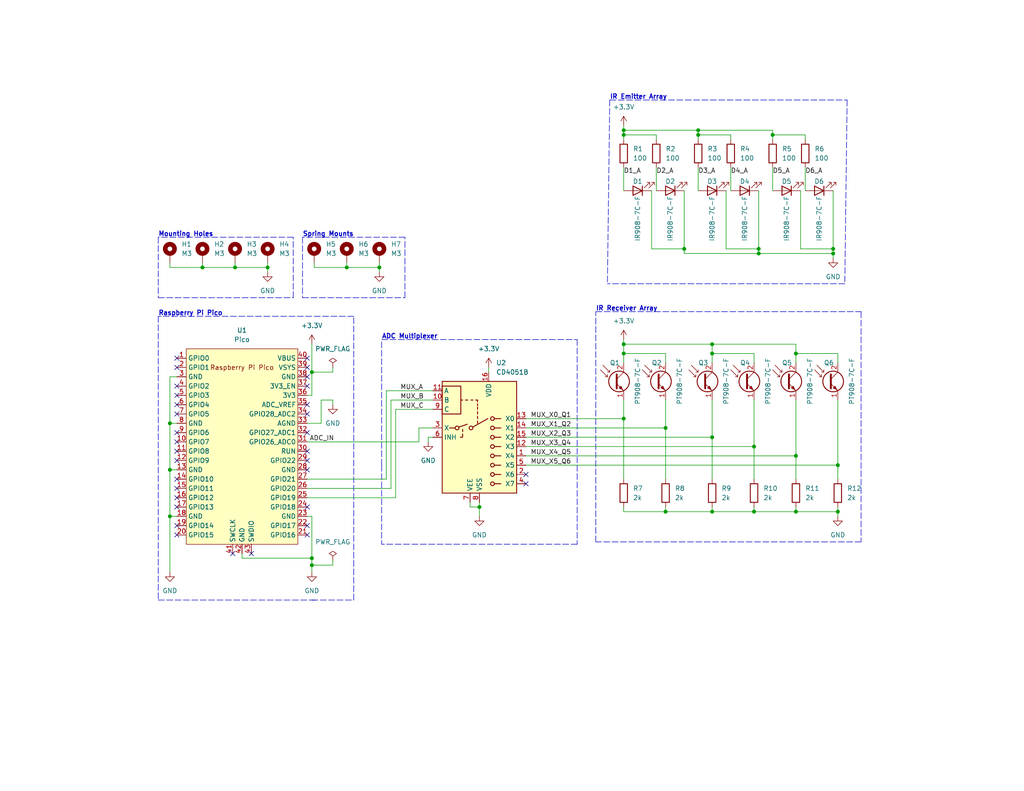
<source format=kicad_sch>
(kicad_sch (version 20211123) (generator eeschema)
  (paper "USLetter")
  (title_block (title "Sixnav Prototype Board") (date "2022-07-13") (rev "${REVISION}") (company "Brian Lu"))
  (lib_symbols
    (symbol "Analog_Switch:CD4051B"
      (property "Reference" "U" (at -10.16 16.51 0))
      (property "Value" "CD4051B" (at 3.81 16.51 0))
      (symbol "CD4051B_0_1"
        (rectangle (start -10.16 6.35) (end -5.08 13.97) (stroke (width 0.254)))
        (rectangle (start -10.16 15.24) (end 10.16 -15.24) (stroke (width 0.254)) (fill (type background)))
        (circle (center -6.096 2.54) (radius 0.508) (stroke (width 0.254)))
        (circle (center -2.286 2.54) (radius 0.508) (stroke (width 0.254)))
        (polyline (pts (xy -8.128 2.54) (xy -6.604 2.54)) (stroke (width 0.254)))
        (polyline (pts (xy -5.588 2.794) (xy -3.302 3.556)) (stroke (width 0.254)))
        (polyline (pts (xy -4.572 0) (xy -5.207 0)) (stroke (width 0.254)))
        (polyline (pts (xy -4.572 0.254) (xy -4.572 0.889)) (stroke (width 0.254)))
        (polyline (pts (xy -4.572 1.524) (xy -4.572 2.159)) (stroke (width 0.254)))
        (polyline (pts (xy -4.572 10.16) (xy -5.08 10.16)) (stroke (width 0.254)))
        (polyline (pts (xy -3.81 10.16) (xy -3.175 10.16)) (stroke (width 0.254)))
        (polyline (pts (xy -1.778 2.794) (xy 2.286 5.08)) (stroke (width 0.254)))
        (polyline (pts (xy -1.778 10.16) (xy -2.286 10.16)) (stroke (width 0.254)))
        (polyline (pts (xy -0.508 3.81) (xy -0.508 4.445)) (stroke (width 0.254)))
        (polyline (pts (xy -0.508 5.08) (xy -0.508 5.715)) (stroke (width 0.254)))
        (polyline (pts (xy -0.508 6.35) (xy -0.508 6.985)) (stroke (width 0.254)))
        (polyline (pts (xy -0.508 7.62) (xy -0.508 8.255)) (stroke (width 0.254)))
        (polyline (pts (xy -0.508 8.636) (xy -0.508 9.144)) (stroke (width 0.254)))
        (polyline (pts (xy -0.508 9.652) (xy -0.508 10.16)) (stroke (width 0.254)))
        (polyline (pts (xy -0.508 10.16) (xy -1.016 10.16)) (stroke (width 0.254)))
        (polyline (pts (xy 4.064 -12.7) (xy 5.842 -12.7)) (stroke (width 0.254)))
        (polyline (pts (xy 4.064 -10.16) (xy 5.842 -10.16)) (stroke (width 0.254)))
        (polyline (pts (xy 4.064 -7.62) (xy 5.842 -7.62)) (stroke (width 0.254)))
        (polyline (pts (xy 4.064 -5.08) (xy 5.842 -5.08)) (stroke (width 0.254)))
        (polyline (pts (xy 4.064 -2.54) (xy 5.842 -2.54)) (stroke (width 0.254)))
        (polyline (pts (xy 4.064 0) (xy 5.842 0)) (stroke (width 0.254)))
        (polyline (pts (xy 4.064 2.54) (xy 5.842 2.54)) (stroke (width 0.254)))
        (polyline (pts (xy 4.064 5.08) (xy 5.842 5.08)) (stroke (width 0.254)))
        (circle (center 3.556 -12.7) (radius 0.508) (stroke (width 0.254)))
        (circle (center 3.556 -10.16) (radius 0.508) (stroke (width 0.254)))
        (circle (center 3.556 -7.62) (radius 0.508) (stroke (width 0.254)))
        (circle (center 3.556 -5.08) (radius 0.508) (stroke (width 0.254)))
        (circle (center 3.556 -2.54) (radius 0.508) (stroke (width 0.254)))
        (circle (center 3.556 0) (radius 0.508) (stroke (width 0.254)))
        (circle (center 3.556 2.54) (radius 0.508) (stroke (width 0.254)))
        (circle (center 3.556 5.08) (radius 0.508) (stroke (width 0.254)))
      )
      (symbol "CD4051B_1_1"
        (pin bidirectional line (at 12.7 -5.08 180) (length 2.54) (name "X4") (number "1"))
        (pin input line (at -12.7 10.16 0) (length 2.54) (name "B") (number "10"))
        (pin input line (at -12.7 12.7 0) (length 2.54) (name "A") (number "11"))
        (pin bidirectional line (at 12.7 -2.54 180) (length 2.54) (name "X3") (number "12"))
        (pin bidirectional line (at 12.7 5.08 180) (length 2.54) (name "X0") (number "13"))
        (pin bidirectional line (at 12.7 2.54 180) (length 2.54) (name "X1") (number "14"))
        (pin bidirectional line (at 12.7 0 180) (length 2.54) (name "X2") (number "15"))
        (pin power_in line (at 2.54 17.78 270) (length 2.54) (name "VDD") (number "16"))
        (pin bidirectional line (at 12.7 -10.16 180) (length 2.54) (name "X6") (number "2"))
        (pin bidirectional line (at -12.7 2.54 0) (length 2.54) (name "X") (number "3"))
        (pin bidirectional line (at 12.7 -12.7 180) (length 2.54) (name "X7") (number "4"))
        (pin bidirectional line (at 12.7 -7.62 180) (length 2.54) (name "X5") (number "5"))
        (pin input line (at -12.7 0 0) (length 2.54) (name "INH") (number "6"))
        (pin power_in line (at -2.54 -17.78 90) (length 2.54) (name "VEE") (number "7"))
        (pin power_in line (at 0 -17.78 90) (length 2.54) (name "VSS") (number "8"))
        (pin input line (at -12.7 7.62 0) (length 2.54) (name "C") (number "9"))
      )
    )
    (symbol "Device:LED" (pin_numbers hide) (pin_names (offset 1.016) hide)
      (property "Reference" "D" (at 0 2.54 0))
      (property "Value" "LED" (at 0 -2.54 0))
      (symbol "LED_0_1"
        (polyline (pts (xy -1.27 -1.27) (xy -1.27 1.27)) (stroke (width 0.254)))
        (polyline (pts (xy -1.27 0) (xy 1.27 0)))
        (polyline (pts (xy 1.27 -1.27) (xy 1.27 1.27) (xy -1.27 0) (xy 1.27 -1.27)) (stroke (width 0.254)))
        (polyline (pts (xy -3.048 -0.762) (xy -4.572 -2.286) (xy -3.81 -2.286) (xy -4.572 -2.286) (xy -4.572 -1.524)))
        (polyline (pts (xy -1.778 -0.762) (xy -3.302 -2.286) (xy -2.54 -2.286) (xy -3.302 -2.286) (xy -3.302 -1.524)))
      )
      (symbol "LED_1_1"
        (pin passive line (at -3.81 0 0) (length 2.54) (name "K") (number "1"))
        (pin passive line (at 3.81 0 180) (length 2.54) (name "A") (number "2"))
      )
    )
    (symbol "Device:Q_Photo_NPN_EC" (pin_names (offset 0) hide)
      (property "Reference" "Q" (at 5.08 1.27 0))
      (property "Value" "Q_Photo_NPN_EC" (at 5.08 -1.27 0))
      (symbol "Q_Photo_NPN_EC_0_1"
        (polyline (pts (xy -1.905 1.27) (xy -2.54 1.27)))
        (polyline (pts (xy -1.27 2.54) (xy -1.905 2.54)))
        (polyline (pts (xy 0.635 0.635) (xy 2.54 2.54)))
        (polyline (pts (xy -3.81 3.175) (xy -1.905 1.27) (xy -1.905 1.905)))
        (polyline (pts (xy -3.175 4.445) (xy -1.27 2.54) (xy -1.27 3.175)))
        (polyline (pts (xy 0.635 -0.635) (xy 2.54 -2.54) (xy 2.54 -2.54)))
        (polyline (pts (xy 0.635 1.905) (xy 0.635 -1.905) (xy 0.635 -1.905)) (stroke (width 0.508)))
        (polyline (pts (xy 1.27 -1.778) (xy 1.778 -1.27) (xy 2.286 -2.286) (xy 1.27 -1.778) (xy 1.27 -1.778)) (fill (type outline)))
        (circle (center 1.27 0) (radius 2.8194) (stroke (width 0.254)))
      )
      (symbol "Q_Photo_NPN_EC_1_1"
        (pin passive line (at 2.54 -5.08 90) (length 2.54) (name "E") (number "1"))
        (pin passive line (at 2.54 5.08 270) (length 2.54) (name "C") (number "2"))
      )
    )
    (symbol "Device:R" (pin_numbers hide) (pin_names (offset 0))
      (property "Reference" "R" (at 2.032 0 90))
      (property "Value" "R" (at 0 0 90))
      (symbol "R_0_1"
        (rectangle (start -1.016 -2.54) (end 1.016 2.54) (stroke (width 0.254)))
      )
      (symbol "R_1_1"
        (pin passive line (at 0 3.81 270) (length 1.27) (name "~") (number "1"))
        (pin passive line (at 0 -3.81 90) (length 1.27) (name "~") (number "2"))
      )
    )
    (symbol "MCU_RaspberryPi_and_Boards:Pico"
      (property "Reference" "U" (at -13.97 27.94 0))
      (property "Value" "Pico" (at 0 19.05 0))
      (symbol "Pico_0_0"
        (text "Raspberry Pi Pico" (at 0 21.59 0) (effects (font (size 1.27 1.27))))
      )
      (symbol "Pico_0_1"
        (rectangle (start -15.24 26.67) (end 15.24 -26.67) (fill (type background)))
      )
      (symbol "Pico_1_1"
        (pin bidirectional line (at -17.78 24.13 0) (length 2.54) (name "GPIO0") (number "1"))
        (pin bidirectional line (at -17.78 1.27 0) (length 2.54) (name "GPIO7") (number "10"))
        (pin bidirectional line (at -17.78 -1.27 0) (length 2.54) (name "GPIO8") (number "11"))
        (pin bidirectional line (at -17.78 -3.81 0) (length 2.54) (name "GPIO9") (number "12"))
        (pin power_in line (at -17.78 -6.35 0) (length 2.54) (name "GND") (number "13"))
        (pin bidirectional line (at -17.78 -8.89 0) (length 2.54) (name "GPIO10") (number "14"))
        (pin bidirectional line (at -17.78 -11.43 0) (length 2.54) (name "GPIO11") (number "15"))
        (pin bidirectional line (at -17.78 -13.97 0) (length 2.54) (name "GPIO12") (number "16"))
        (pin bidirectional line (at -17.78 -16.51 0) (length 2.54) (name "GPIO13") (number "17"))
        (pin power_in line (at -17.78 -19.05 0) (length 2.54) (name "GND") (number "18"))
        (pin bidirectional line (at -17.78 -21.59 0) (length 2.54) (name "GPIO14") (number "19"))
        (pin bidirectional line (at -17.78 21.59 0) (length 2.54) (name "GPIO1") (number "2"))
        (pin bidirectional line (at -17.78 -24.13 0) (length 2.54) (name "GPIO15") (number "20"))
        (pin bidirectional line (at 17.78 -24.13 180) (length 2.54) (name "GPIO16") (number "21"))
        (pin bidirectional line (at 17.78 -21.59 180) (length 2.54) (name "GPIO17") (number "22"))
        (pin power_in line (at 17.78 -19.05 180) (length 2.54) (name "GND") (number "23"))
        (pin bidirectional line (at 17.78 -16.51 180) (length 2.54) (name "GPIO18") (number "24"))
        (pin bidirectional line (at 17.78 -13.97 180) (length 2.54) (name "GPIO19") (number "25"))
        (pin bidirectional line (at 17.78 -11.43 180) (length 2.54) (name "GPIO20") (number "26"))
        (pin bidirectional line (at 17.78 -8.89 180) (length 2.54) (name "GPIO21") (number "27"))
        (pin power_in line (at 17.78 -6.35 180) (length 2.54) (name "GND") (number "28"))
        (pin bidirectional line (at 17.78 -3.81 180) (length 2.54) (name "GPIO22") (number "29"))
        (pin power_in line (at -17.78 19.05 0) (length 2.54) (name "GND") (number "3"))
        (pin input line (at 17.78 -1.27 180) (length 2.54) (name "RUN") (number "30"))
        (pin bidirectional line (at 17.78 1.27 180) (length 2.54) (name "GPIO26_ADC0") (number "31"))
        (pin bidirectional line (at 17.78 3.81 180) (length 2.54) (name "GPIO27_ADC1") (number "32"))
        (pin power_in line (at 17.78 6.35 180) (length 2.54) (name "AGND") (number "33"))
        (pin bidirectional line (at 17.78 8.89 180) (length 2.54) (name "GPIO28_ADC2") (number "34"))
        (pin power_in line (at 17.78 11.43 180) (length 2.54) (name "ADC_VREF") (number "35"))
        (pin power_in line (at 17.78 13.97 180) (length 2.54) (name "3V3") (number "36"))
        (pin input line (at 17.78 16.51 180) (length 2.54) (name "3V3_EN") (number "37"))
        (pin bidirectional line (at 17.78 19.05 180) (length 2.54) (name "GND") (number "38"))
        (pin power_in line (at 17.78 21.59 180) (length 2.54) (name "VSYS") (number "39"))
        (pin bidirectional line (at -17.78 16.51 0) (length 2.54) (name "GPIO2") (number "4"))
        (pin power_in line (at 17.78 24.13 180) (length 2.54) (name "VBUS") (number "40"))
        (pin input line (at -2.54 -29.21 90) (length 2.54) (name "SWCLK") (number "41"))
        (pin power_in line (at 0 -29.21 90) (length 2.54) (name "GND") (number "42"))
        (pin bidirectional line (at 2.54 -29.21 90) (length 2.54) (name "SWDIO") (number "43"))
        (pin bidirectional line (at -17.78 13.97 0) (length 2.54) (name "GPIO3") (number "5"))
        (pin bidirectional line (at -17.78 11.43 0) (length 2.54) (name "GPIO4") (number "6"))
        (pin bidirectional line (at -17.78 8.89 0) (length 2.54) (name "GPIO5") (number "7"))
        (pin power_in line (at -17.78 6.35 0) (length 2.54) (name "GND") (number "8"))
        (pin bidirectional line (at -17.78 3.81 0) (length 2.54) (name "GPIO6") (number "9"))
      )
    )
    (symbol "Mechanical:MountingHole_Pad" (pin_numbers hide) (pin_names (offset 1.016) hide)
      (property "Reference" "H" (at 0 6.35 0))
      (property "Value" "MountingHole_Pad" (at 0 4.445 0))
      (symbol "MountingHole_Pad_0_1"
        (circle (center 0 1.27) (radius 1.27) (stroke (width 1.27)))
      )
      (symbol "MountingHole_Pad_1_1"
        (pin input line (at 0 -2.54 90) (length 2.54) (name "1") (number "1"))
      )
    )
    (symbol "power:+3.3V" (power) (pin_names (offset 0))
      (property "Value" "+3.3V" (at 0 3.556 0))
      (symbol "+3.3V_0_1"
        (polyline (pts (xy -0.762 1.27) (xy 0 2.54)))
        (polyline (pts (xy 0 0) (xy 0 2.54)))
        (polyline (pts (xy 0 2.54) (xy 0.762 1.27)))
      )
      (symbol "+3.3V_1_1"
        (pin power_in line (at 0 0 90) (length 0) hide (name "+3.3V") (number "1"))
      )
    )
    (symbol "power:GND" (power) (pin_names (offset 0))
      (property "Value" "GND" (at 0 -3.81 0))
      (symbol "GND_0_1"
        (polyline (pts (xy 0 0) (xy 0 -1.27) (xy 1.27 -1.27) (xy 0 -2.54) (xy -1.27 -1.27) (xy 0 -1.27)))
      )
      (symbol "GND_1_1"
        (pin power_in line (at 0 0 270) (length 0) hide (name "GND") (number "1"))
      )
    )
    (symbol "power:PWR_FLAG" (power) (pin_numbers hide) (pin_names (offset 0) hide)
      (property "Value" "PWR_FLAG" (at 0 3.81 0))
      (symbol "PWR_FLAG_0_0"
        (pin power_out line (at 0 0 90) (length 0) (name "pwr") (number "1"))
      )
      (symbol "PWR_FLAG_0_1"
        (polyline (pts (xy 0 0) (xy 0 1.27) (xy -1.016 1.905) (xy 0 2.54) (xy 1.016 1.905) (xy 0 1.27)))
      )
    )
  )
  (junction (at 227.33 67.945))
  (junction (at 207.01 69.215))
  (junction (at 194.31 139.7))
  (junction (at 186.69 67.945))
  (junction (at 130.81 138.43))
  (junction (at 170.18 36.83))
  (junction (at 64.135 73.025))
  (junction (at 55.245 73.025))
  (junction (at 194.31 119.38))
  (junction (at 181.61 116.84))
  (junction (at 194.31 96.52))
  (junction (at 170.18 96.52))
  (junction (at 170.18 35.56))
  (junction (at 85.09 154.305))
  (junction (at 190.5 35.56))
  (junction (at 205.74 121.92))
  (junction (at 210.82 36.83))
  (junction (at 217.17 139.7))
  (junction (at 46.355 115.57))
  (junction (at 46.355 140.97))
  (junction (at 181.61 139.7))
  (junction (at 46.355 128.27))
  (junction (at 205.74 139.7))
  (junction (at 228.6 127))
  (junction (at 217.17 124.46))
  (junction (at 85.09 152.4))
  (junction (at 85.09 101.6))
  (junction (at 170.18 93.98))
  (junction (at 194.31 93.98))
  (junction (at 207.01 67.945))
  (junction (at 103.505 73.025))
  (junction (at 170.18 114.3))
  (junction (at 227.33 69.215))
  (junction (at 190.5 36.83))
  (junction (at 73.025 73.025))
  (junction (at 94.615 73.025))
  (junction (at 228.6 139.7))
  (junction (at 217.17 96.52))
  (no_connect (at 83.82 100.33))
  (no_connect (at 48.26 97.79))
  (no_connect (at 83.82 128.27))
  (no_connect (at 48.26 105.41))
  (no_connect (at 83.82 146.05))
  (no_connect (at 83.82 123.19))
  (no_connect (at 83.82 143.51))
  (no_connect (at 48.26 138.43))
  (no_connect (at 83.82 97.79))
  (no_connect (at 68.58 151.13))
  (no_connect (at 83.82 138.43))
  (no_connect (at 48.26 143.51))
  (no_connect (at 83.82 105.41))
  (no_connect (at 48.26 130.81))
  (no_connect (at 48.26 133.35))
  (no_connect (at 143.51 129.54))
  (no_connect (at 83.82 102.87))
  (no_connect (at 48.26 110.49))
  (no_connect (at 63.5 151.13))
  (no_connect (at 48.26 123.19))
  (no_connect (at 48.26 118.11))
  (no_connect (at 143.51 132.08))
  (no_connect (at 83.82 113.03))
  (no_connect (at 48.26 135.89))
  (no_connect (at 83.82 125.73))
  (no_connect (at 48.26 113.03))
  (no_connect (at 48.26 146.05))
  (no_connect (at 48.26 120.65))
  (no_connect (at 48.26 100.33))
  (no_connect (at 83.82 118.11))
  (no_connect (at 48.26 107.95))
  (no_connect (at 48.26 125.73))
  (no_connect (at 83.82 110.49))
  (wire (pts (xy 170.18 36.83) (xy 170.18 38.1)))
  (wire (pts (xy 85.09 154.305) (xy 85.09 156.21)))
  (wire (pts (xy 90.805 109.22) (xy 90.805 110.49)))
  (wire (pts (xy 114.3 120.65) (xy 83.82 120.65)))
  (wire (pts (xy 90.805 153.035) (xy 90.805 154.305)))
  (wire (pts (xy 85.09 152.4) (xy 85.09 154.305)))
  (wire (pts (xy 130.81 138.43) (xy 130.81 140.97)))
  (polyline (pts (xy 43.18 81.28) (xy 80.01 81.28)))
  (wire (pts (xy 228.6 96.52) (xy 228.6 99.06)))
  (wire (pts (xy 199.39 36.83) (xy 199.39 38.1)))
  (wire (pts (xy 130.81 137.16) (xy 130.81 138.43)))
  (wire (pts (xy 210.82 36.83) (xy 219.71 36.83)))
  (wire (pts (xy 219.71 36.83) (xy 219.71 38.1)))
  (wire (pts (xy 227.33 52.07) (xy 227.33 67.945)))
  (wire (pts (xy 205.74 109.22) (xy 205.74 121.92)))
  (polyline (pts (xy 231.14 27.305) (xy 230.505 77.47)))
  (wire (pts (xy 198.12 52.07) (xy 198.12 67.945)))
  (wire (pts (xy 210.82 35.56) (xy 210.82 36.83)))
  (wire (pts (xy 217.17 96.52) (xy 217.17 93.98)))
  (wire (pts (xy 107.95 135.89) (xy 107.95 111.76)))
  (wire (pts (xy 207.01 69.215) (xy 227.33 69.215)))
  (wire (pts (xy 217.17 109.22) (xy 217.17 124.46)))
  (wire (pts (xy 179.07 36.83) (xy 179.07 38.1)))
  (wire (pts (xy 186.69 52.07) (xy 186.69 67.945)))
  (wire (pts (xy 85.725 71.755) (xy 85.725 73.025)))
  (wire (pts (xy 46.355 115.57) (xy 46.355 128.27)))
  (polyline (pts (xy 234.95 85.09) (xy 234.95 147.955)))
  (wire (pts (xy 205.74 121.92) (xy 205.74 130.81)))
  (wire (pts (xy 170.18 96.52) (xy 170.18 99.06)))
  (wire (pts (xy 217.17 138.43) (xy 217.17 139.7)))
  (wire (pts (xy 106.68 109.22) (xy 118.11 109.22)))
  (wire (pts (xy 186.69 69.215) (xy 207.01 69.215)))
  (wire (pts (xy 205.74 96.52) (xy 205.74 99.06)))
  (wire (pts (xy 217.17 139.7) (xy 228.6 139.7)))
  (wire (pts (xy 194.31 96.52) (xy 194.31 99.06)))
  (polyline (pts (xy 43.18 64.77) (xy 43.18 81.28)))
  (wire (pts (xy 227.33 69.215) (xy 227.33 70.485)))
  (wire (pts (xy 199.39 45.72) (xy 199.39 52.07)))
  (wire (pts (xy 73.025 73.025) (xy 73.025 74.295)))
  (wire (pts (xy 194.31 93.98) (xy 170.18 93.98)))
  (wire (pts (xy 128.27 137.16) (xy 128.27 138.43)))
  (wire (pts (xy 85.09 101.6) (xy 85.09 107.95)))
  (wire (pts (xy 181.61 109.22) (xy 181.61 116.84)))
  (wire (pts (xy 85.09 140.97) (xy 85.09 152.4)))
  (wire (pts (xy 143.51 127) (xy 228.6 127)))
  (polyline (pts (xy 96.52 86.36) (xy 43.18 86.36)))
  (wire (pts (xy 143.51 121.92) (xy 205.74 121.92)))
  (wire (pts (xy 85.09 93.98) (xy 85.09 101.6)))
  (wire (pts (xy 207.01 52.07) (xy 207.01 67.945)))
  (wire (pts (xy 66.04 152.4) (xy 85.09 152.4)))
  (wire (pts (xy 181.61 139.7) (xy 194.31 139.7)))
  (wire (pts (xy 143.51 116.84) (xy 181.61 116.84)))
  (wire (pts (xy 143.51 114.3) (xy 170.18 114.3)))
  (wire (pts (xy 217.17 93.98) (xy 194.31 93.98)))
  (wire (pts (xy 170.18 35.56) (xy 170.18 36.83)))
  (wire (pts (xy 118.11 116.84) (xy 114.3 116.84)))
  (wire (pts (xy 83.82 133.35) (xy 106.68 133.35)))
  (wire (pts (xy 181.61 96.52) (xy 181.61 99.06)))
  (wire (pts (xy 170.18 36.83) (xy 179.07 36.83)))
  (wire (pts (xy 186.69 67.945) (xy 186.69 69.215)))
  (wire (pts (xy 143.51 119.38) (xy 194.31 119.38)))
  (wire (pts (xy 181.61 116.84) (xy 181.61 130.81)))
  (polyline (pts (xy 80.01 64.77) (xy 43.18 64.77)))
  (wire (pts (xy 83.82 130.81) (xy 105.41 130.81)))
  (polyline (pts (xy 104.14 127) (xy 104.14 92.71)))
  (wire (pts (xy 114.3 116.84) (xy 114.3 120.65)))
  (wire (pts (xy 64.135 73.025) (xy 73.025 73.025)))
  (wire (pts (xy 194.31 138.43) (xy 194.31 139.7)))
  (polyline (pts (xy 166.37 27.305) (xy 165.735 77.47)))
  (polyline (pts (xy 82.55 81.28) (xy 110.49 81.28)))
  (wire (pts (xy 194.31 93.98) (xy 194.31 96.52)))
  (wire (pts (xy 90.805 101.6) (xy 85.09 101.6)))
  (wire (pts (xy 194.31 119.38) (xy 194.31 130.81)))
  (wire (pts (xy 73.025 71.755) (xy 73.025 73.025)))
  (wire (pts (xy 228.6 139.7) (xy 228.6 140.97)))
  (wire (pts (xy 103.505 71.755) (xy 103.505 73.025)))
  (wire (pts (xy 46.355 73.025) (xy 55.245 73.025)))
  (wire (pts (xy 181.61 138.43) (xy 181.61 139.7)))
  (wire (pts (xy 143.51 124.46) (xy 217.17 124.46)))
  (wire (pts (xy 170.18 34.29) (xy 170.18 35.56)))
  (wire (pts (xy 190.5 35.56) (xy 210.82 35.56)))
  (wire (pts (xy 190.5 36.83) (xy 190.5 38.1)))
  (polyline (pts (xy 230.505 77.47) (xy 165.735 77.47)))
  (wire (pts (xy 228.6 109.22) (xy 228.6 127)))
  (wire (pts (xy 87.63 109.22) (xy 90.805 109.22)))
  (wire (pts (xy 64.135 71.755) (xy 64.135 73.025)))
  (wire (pts (xy 170.18 93.98) (xy 170.18 96.52)))
  (wire (pts (xy 46.355 140.97) (xy 48.26 140.97)))
  (wire (pts (xy 170.18 35.56) (xy 190.5 35.56)))
  (wire (pts (xy 46.355 71.755) (xy 46.355 73.025)))
  (polyline (pts (xy 234.95 147.955) (xy 162.56 147.955)))
  (polyline (pts (xy 162.56 147.955) (xy 162.56 85.09)))
  (wire (pts (xy 218.44 52.07) (xy 218.44 67.945)))
  (wire (pts (xy 217.17 99.06) (xy 217.17 96.52)))
  (wire (pts (xy 219.71 45.72) (xy 219.71 52.07)))
  (polyline (pts (xy 110.49 81.28) (xy 110.49 64.77)))
  (wire (pts (xy 83.82 140.97) (xy 85.09 140.97)))
  (polyline (pts (xy 96.52 163.83) (xy 96.52 86.36)))
  (polyline (pts (xy 85.09 163.83) (xy 96.52 163.83)))
  (wire (pts (xy 190.5 45.72) (xy 190.5 52.07)))
  (wire (pts (xy 94.615 71.755) (xy 94.615 73.025)))
  (wire (pts (xy 170.18 45.72) (xy 170.18 52.07)))
  (wire (pts (xy 170.18 114.3) (xy 170.18 130.81)))
  (polyline (pts (xy 157.48 148.59) (xy 104.14 148.59)))
  (wire (pts (xy 227.33 67.945) (xy 227.33 69.215)))
  (polyline (pts (xy 162.56 85.09) (xy 234.95 85.09)))
  (wire (pts (xy 105.41 130.81) (xy 105.41 106.68)))
  (wire (pts (xy 105.41 106.68) (xy 118.11 106.68)))
  (wire (pts (xy 107.95 111.76) (xy 118.11 111.76)))
  (wire (pts (xy 46.355 140.97) (xy 46.355 156.21)))
  (wire (pts (xy 170.18 138.43) (xy 170.18 139.7)))
  (wire (pts (xy 133.35 100.33) (xy 133.35 101.6)))
  (polyline (pts (xy 157.48 92.71) (xy 157.48 148.59)))
  (wire (pts (xy 207.01 67.945) (xy 207.01 69.215)))
  (wire (pts (xy 177.8 67.945) (xy 186.69 67.945)))
  (wire (pts (xy 90.805 154.305) (xy 85.09 154.305)))
  (wire (pts (xy 228.6 127) (xy 228.6 130.81)))
  (wire (pts (xy 210.82 36.83) (xy 210.82 38.1)))
  (wire (pts (xy 205.74 138.43) (xy 205.74 139.7)))
  (wire (pts (xy 128.27 138.43) (xy 130.81 138.43)))
  (wire (pts (xy 177.8 52.07) (xy 177.8 67.945)))
  (wire (pts (xy 83.82 115.57) (xy 87.63 115.57)))
  (wire (pts (xy 48.26 115.57) (xy 46.355 115.57)))
  (wire (pts (xy 170.18 109.22) (xy 170.18 114.3)))
  (polyline (pts (xy 104.14 127) (xy 104.14 148.59)))
  (wire (pts (xy 198.12 67.945) (xy 207.01 67.945)))
  (wire (pts (xy 55.245 71.755) (xy 55.245 73.025)))
  (wire (pts (xy 170.18 139.7) (xy 181.61 139.7)))
  (wire (pts (xy 83.82 135.89) (xy 107.95 135.89)))
  (wire (pts (xy 194.31 139.7) (xy 205.74 139.7)))
  (wire (pts (xy 190.5 36.83) (xy 199.39 36.83)))
  (wire (pts (xy 190.5 35.56) (xy 190.5 36.83)))
  (wire (pts (xy 103.505 73.025) (xy 103.505 74.295)))
  (wire (pts (xy 55.245 73.025) (xy 64.135 73.025)))
  (wire (pts (xy 94.615 73.025) (xy 103.505 73.025)))
  (wire (pts (xy 66.04 151.13) (xy 66.04 152.4)))
  (polyline (pts (xy 43.18 163.83) (xy 86.36 163.83)))
  (wire (pts (xy 170.18 93.98) (xy 170.18 92.71)))
  (wire (pts (xy 217.17 124.46) (xy 217.17 130.81)))
  (wire (pts (xy 106.68 133.35) (xy 106.68 109.22)))
  (wire (pts (xy 87.63 115.57) (xy 87.63 109.22)))
  (polyline (pts (xy 43.18 86.36) (xy 43.18 163.83)))
  (wire (pts (xy 218.44 67.945) (xy 227.33 67.945)))
  (polyline (pts (xy 104.14 92.71) (xy 157.48 92.71)))
  (polyline (pts (xy 110.49 64.77) (xy 82.55 64.77)))
  (wire (pts (xy 217.17 96.52) (xy 228.6 96.52)))
  (wire (pts (xy 228.6 138.43) (xy 228.6 139.7)))
  (wire (pts (xy 210.82 45.72) (xy 210.82 52.07)))
  (wire (pts (xy 90.805 100.33) (xy 90.805 101.6)))
  (wire (pts (xy 46.355 128.27) (xy 46.355 140.97)))
  (wire (pts (xy 179.07 45.72) (xy 179.07 52.07)))
  (wire (pts (xy 194.31 96.52) (xy 205.74 96.52)))
  (polyline (pts (xy 82.55 64.77) (xy 82.55 81.28)))
  (wire (pts (xy 118.11 119.38) (xy 116.84 119.38)))
  (wire (pts (xy 194.31 109.22) (xy 194.31 119.38)))
  (wire (pts (xy 85.725 73.025) (xy 94.615 73.025)))
  (wire (pts (xy 116.84 119.38) (xy 116.84 120.65)))
  (wire (pts (xy 46.355 102.87) (xy 46.355 115.57)))
  (polyline (pts (xy 80.01 81.28) (xy 80.01 64.77)))
  (polyline (pts (xy 166.37 27.305) (xy 231.14 27.305)))
  (wire (pts (xy 46.355 128.27) (xy 48.26 128.27)))
  (wire (pts (xy 170.18 96.52) (xy 181.61 96.52)))
  (wire (pts (xy 48.26 102.87) (xy 46.355 102.87)))
  (wire (pts (xy 83.82 107.95) (xy 85.09 107.95)))
  (wire (pts (xy 205.74 139.7) (xy 217.17 139.7)))
  (text "Mounting Holes" (at 43.18 64.77 0) (effects (font (size 1.27 1.27) (thickness 0.254) bold) (justify left bottom)))
  (text "ADC Multiplexer" (at 104.14 92.71 0) (effects (font (size 1.27 1.27) (thickness 0.254) bold) (justify left bottom)))
  (text "IR Emitter Array" (at 166.37 27.305 0) (effects (font (size 1.27 1.27) (thickness 0.254) bold) (justify left bottom)))
  (text "Raspberry Pi Pico" (at 43.18 86.36 0) (effects (font (size 1.27 1.27) (thickness 0.254) bold) (justify left bottom)))
  (text "Spring Mounts" (at 82.55 64.77 0) (effects (font (size 1.27 1.27) (thickness 0.254) bold) (justify left bottom)))
  (text "IR Receiver Array" (at 162.56 85.09 0) (effects (font (size 1.27 1.27) (thickness 0.254) bold) (justify left bottom)))
  (label "D3_A" (at 190.5 47.625 0))
  (label "MUX_A" (at 109.22 106.68 0))
  (label "D2_A" (at 179.07 47.625 0))
  (label "D5_A" (at 210.82 47.625 0))
  (label "ADC_IN" (at 84.455 120.65 0))
  (label "MUX_X3_Q4" (at 144.78 121.92 0))
  (label "MUX_X0_Q1" (at 144.78 114.3 0))
  (label "MUX_X1_Q2" (at 144.78 116.84 0))
  (label "MUX_X2_Q3" (at 144.78 119.38 0))
  (label "MUX_X4_Q5" (at 144.78 124.46 0))
  (label "MUX_B" (at 109.22 109.22 0))
  (label "D6_A" (at 219.71 47.625 0))
  (label "MUX_C" (at 109.22 111.76 0))
  (label "D4_A" (at 199.39 47.625 0))
  (label "D1_A" (at 170.18 47.625 0))
  (label "MUX_X5_Q6" (at 144.78 127 0))
  (symbol (lib_id "power:GND") (at 130.81 140.97 0) (unit 1)
    (property "Reference" "#PWR04" (effects hide))
    (property "Value" "GND" (at 130.81 146.05 0))
  )
  (symbol (lib_id "Device:Q_Photo_NPN_EC") (at 203.2 104.14 0) (unit 1)
    (property "Reference" "Q4" (at 201.93 99.06 0) (effects (justify left)))
    (property "Value" "PT908-7C-F" (at 209.55 110.49 90) (effects (justify left)))
    (property "Footprint" "SamacSys_Parts:ELPT9087C" (effects hide))
  )
  (symbol (lib_id "Device:LED") (at 173.99 52.07 180) (unit 1)
    (property "Reference" "D1" (at 173.99 49.53 0))
    (property "Value" "IR908-7C-F" (at 173.99 59.69 90))
    (property "Footprint" "SamacSys_Parts:IR9087CF" (effects hide))
  )
  (symbol (lib_id "Device:R") (at 179.07 41.91 0) (unit 1)
    (property "Reference" "R2" (at 181.61 40.6399 0) (effects (justify left)))
    (property "Value" "100" (at 181.61 43.1799 0) (effects (justify left)))
    (property "Footprint" "Resistor_THT:R_Axial_DIN0204_L3.6mm_D1.6mm_P5.08mm_Horizontal" (effects hide))
  )
  (symbol (lib_id "Device:LED") (at 223.52 52.07 180) (unit 1)
    (property "Reference" "D6" (at 223.52 49.53 0))
    (property "Value" "IR908-7C-F" (at 223.52 59.69 90))
    (property "Footprint" "SamacSys_Parts:IR9087CF" (effects hide))
  )
  (symbol (lib_id "Device:R") (at 190.5 41.91 0) (unit 1)
    (property "Reference" "R3" (at 193.04 40.6399 0) (effects (justify left)))
    (property "Value" "100" (at 193.04 43.1799 0) (effects (justify left)))
    (property "Footprint" "Resistor_THT:R_Axial_DIN0204_L3.6mm_D1.6mm_P5.08mm_Horizontal" (effects hide))
  )
  (symbol (lib_id "Mechanical:MountingHole_Pad") (at 94.615 69.215 0) (unit 1)
    (property "Reference" "H6" (at 97.79 66.6749 0) (effects (justify left)))
    (property "Value" "M3" (at 97.79 69.215 0) (effects (justify left)))
    (property "Footprint" "MountingHole:MountingHole_3.2mm_M3_DIN965_Pad" (effects hide))
  )
  (symbol (lib_id "Device:LED") (at 194.31 52.07 180) (unit 1)
    (property "Reference" "D3" (at 194.31 49.53 0))
    (property "Value" "IR908-7C-F" (at 194.31 59.69 90))
    (property "Footprint" "SamacSys_Parts:IR9087CF" (effects hide))
  )
  (symbol (lib_id "Device:Q_Photo_NPN_EC") (at 226.06 104.14 0) (unit 1)
    (property "Reference" "Q6" (at 224.79 99.06 0) (effects (justify left)))
    (property "Value" "PT908-7C-F" (at 232.41 110.49 90) (effects (justify left)))
    (property "Footprint" "SamacSys_Parts:ELPT9087C" (effects hide))
  )
  (symbol (lib_id "Device:R") (at 199.39 41.91 0) (unit 1)
    (property "Reference" "R4" (at 201.93 40.6399 0) (effects (justify left)))
    (property "Value" "100" (at 201.93 43.1799 0) (effects (justify left)))
    (property "Footprint" "Resistor_THT:R_Axial_DIN0204_L3.6mm_D1.6mm_P5.08mm_Horizontal" (effects hide))
  )
  (symbol (lib_id "Mechanical:MountingHole_Pad") (at 46.355 69.215 0) (unit 1)
    (property "Reference" "H1" (at 49.53 66.6749 0) (effects (justify left)))
    (property "Value" "M3" (at 49.53 69.215 0) (effects (justify left)))
    (property "Footprint" "MountingHole:MountingHole_3.2mm_M3_DIN965_Pad" (effects hide))
  )
  (symbol (lib_id "power:GND") (at 46.355 156.21 0) (unit 1)
    (property "Reference" "#PWR0103" (effects hide))
    (property "Value" "GND" (at 46.355 161.29 0))
  )
  (symbol (lib_id "Analog_Switch:CD4051B") (at 130.81 119.38 0) (unit 1)
    (property "Reference" "U2" (at 135.3694 99.06 0) (effects (justify left)))
    (property "Value" "CD4051B" (at 135.3694 101.6 0) (effects (justify left)))
    (property "Footprint" "Package_DIP:DIP-16_W7.62mm" (effects hide))
    (property "Datasheet" "http://www.ti.com/lit/ds/symlink/cd4052b.pdf" (effects hide))
  )
  (symbol (lib_id "power:GND") (at 85.09 156.21 0) (unit 1)
    (property "Reference" "#PWR02" (effects hide))
    (property "Value" "GND" (at 85.09 161.29 0))
  )
  (symbol (lib_id "Mechanical:MountingHole_Pad") (at 64.135 69.215 0) (unit 1)
    (property "Reference" "H3" (at 67.31 66.6749 0) (effects (justify left)))
    (property "Value" "M3" (at 67.31 69.215 0) (effects (justify left)))
    (property "Footprint" "MountingHole:MountingHole_3.2mm_M3_DIN965_Pad" (effects hide))
  )
  (symbol (lib_id "power:GND") (at 90.805 110.49 0) (unit 1)
    (property "Reference" "#PWR0104" (effects hide))
    (property "Value" "GND" (at 90.805 115.57 0))
  )
  (symbol (lib_id "power:+3.3V") (at 170.18 92.71 0) (unit 1)
    (property "Reference" "#PWR07" (effects hide))
    (property "Value" "+3.3V" (at 170.18 87.63 0))
  )
  (symbol (lib_id "Device:R") (at 181.61 134.62 0) (unit 1)
    (property "Reference" "R8" (at 184.15 133.3499 0) (effects (justify left)))
    (property "Value" "2k" (at 184.15 135.8899 0) (effects (justify left)))
    (property "Footprint" "Resistor_THT:R_Axial_DIN0204_L3.6mm_D1.6mm_P5.08mm_Horizontal" (effects hide))
  )
  (symbol (lib_id "power:GND") (at 103.505 74.295 0) (unit 1)
    (property "Reference" "#PWR0102" (effects hide))
    (property "Value" "GND" (at 103.505 79.375 0))
  )
  (symbol (lib_id "Mechanical:MountingHole_Pad") (at 85.725 69.215 0) (unit 1)
    (property "Reference" "H5" (at 88.9 66.6749 0) (effects (justify left)))
    (property "Value" "M3" (at 88.9 69.215 0) (effects (justify left)))
    (property "Footprint" "MountingHole:MountingHole_3.2mm_M3_DIN965_Pad" (effects hide))
  )
  (symbol (lib_id "Device:R") (at 228.6 134.62 0) (unit 1)
    (property "Reference" "R12" (at 231.14 133.3499 0) (effects (justify left)))
    (property "Value" "2k" (at 231.14 135.8899 0) (effects (justify left)))
    (property "Footprint" "Resistor_THT:R_Axial_DIN0204_L3.6mm_D1.6mm_P5.08mm_Horizontal" (effects hide))
  )
  (symbol (lib_id "Mechanical:MountingHole_Pad") (at 73.025 69.215 0) (unit 1)
    (property "Reference" "H4" (at 76.2 66.6749 0) (effects (justify left)))
    (property "Value" "M3" (at 76.2 69.215 0) (effects (justify left)))
    (property "Footprint" "MountingHole:MountingHole_3.2mm_M3_DIN965_Pad" (effects hide))
  )
  (symbol (lib_id "Device:R") (at 170.18 134.62 0) (unit 1)
    (property "Reference" "R7" (at 172.72 133.3499 0) (effects (justify left)))
    (property "Value" "2k" (at 172.72 135.8899 0) (effects (justify left)))
    (property "Footprint" "Resistor_THT:R_Axial_DIN0204_L3.6mm_D1.6mm_P5.08mm_Horizontal" (effects hide))
  )
  (symbol (lib_id "MCU_RaspberryPi_and_Boards:Pico") (at 66.04 121.92 0) (unit 1)
    (property "Reference" "U1" (at 66.04 90.17 0))
    (property "Value" "Pico" (at 66.04 92.71 0))
    (property "Footprint" "MCU_RaspberryPi_and_Boards:RPi_Pico_SMD_TH" (effects hide))
  )
  (symbol (lib_id "Device:Q_Photo_NPN_EC") (at 214.63 104.14 0) (unit 1)
    (property "Reference" "Q5" (at 213.36 99.06 0) (effects (justify left)))
    (property "Value" "PT908-7C-F" (at 220.98 110.49 90) (effects (justify left)))
    (property "Footprint" "SamacSys_Parts:ELPT9087C" (effects hide))
  )
  (symbol (lib_id "Device:R") (at 219.71 41.91 0) (unit 1)
    (property "Reference" "R6" (at 222.25 40.6399 0) (effects (justify left)))
    (property "Value" "100" (at 222.25 43.1799 0) (effects (justify left)))
    (property "Footprint" "Resistor_THT:R_Axial_DIN0204_L3.6mm_D1.6mm_P5.08mm_Horizontal" (effects hide))
  )
  (symbol (lib_id "power:+3.3V") (at 133.35 100.33 0) (unit 1)
    (property "Reference" "#PWR05" (effects hide))
    (property "Value" "+3.3V" (at 133.35 95.25 0))
  )
  (symbol (lib_id "Device:R") (at 170.18 41.91 0) (unit 1)
    (property "Reference" "R1" (at 172.72 40.6399 0) (effects (justify left)))
    (property "Value" "100" (at 172.72 43.1799 0) (effects (justify left)))
    (property "Footprint" "Resistor_THT:R_Axial_DIN0204_L3.6mm_D1.6mm_P5.08mm_Horizontal" (effects hide))
  )
  (symbol (lib_id "Device:R") (at 217.17 134.62 0) (unit 1)
    (property "Reference" "R11" (at 219.71 133.3499 0) (effects (justify left)))
    (property "Value" "2k" (at 219.71 135.8899 0) (effects (justify left)))
    (property "Footprint" "Resistor_THT:R_Axial_DIN0204_L3.6mm_D1.6mm_P5.08mm_Horizontal" (effects hide))
  )
  (symbol (lib_id "Device:R") (at 194.31 134.62 0) (unit 1)
    (property "Reference" "R9" (at 196.85 133.3499 0) (effects (justify left)))
    (property "Value" "2k" (at 196.85 135.8899 0) (effects (justify left)))
    (property "Footprint" "Resistor_THT:R_Axial_DIN0204_L3.6mm_D1.6mm_P5.08mm_Horizontal" (effects hide))
  )
  (symbol (lib_id "Device:LED") (at 182.88 52.07 180) (unit 1)
    (property "Reference" "D2" (at 182.88 49.53 0))
    (property "Value" "IR908-7C-F" (at 182.88 59.69 90))
    (property "Footprint" "SamacSys_Parts:IR9087CF" (effects hide))
  )
  (symbol (lib_id "Mechanical:MountingHole_Pad") (at 55.245 69.215 0) (unit 1)
    (property "Reference" "H2" (at 58.42 66.6749 0) (effects (justify left)))
    (property "Value" "M3" (at 58.42 69.215 0) (effects (justify left)))
    (property "Footprint" "MountingHole:MountingHole_3.2mm_M3_DIN965_Pad" (effects hide))
  )
  (symbol (lib_id "power:+3.3V") (at 85.09 93.98 0) (unit 1)
    (property "Reference" "#PWR01" (effects hide))
    (property "Value" "+3.3V" (at 85.09 88.9 0))
  )
  (symbol (lib_id "Device:Q_Photo_NPN_EC") (at 179.07 104.14 0) (unit 1)
    (property "Reference" "Q2" (at 177.8 99.06 0) (effects (justify left)))
    (property "Value" "PT908-7C-F" (at 185.42 110.49 90) (effects (justify left)))
    (property "Footprint" "SamacSys_Parts:ELPT9087C" (effects hide))
  )
  (symbol (lib_id "Device:LED") (at 214.63 52.07 180) (unit 1)
    (property "Reference" "D5" (at 214.63 49.53 0))
    (property "Value" "IR908-7C-F" (at 214.63 59.69 90))
    (property "Footprint" "SamacSys_Parts:IR9087CF" (effects hide))
  )
  (symbol (lib_id "power:+3.3V") (at 170.18 34.29 0) (unit 1)
    (property "Reference" "#PWR06" (effects hide))
    (property "Value" "+3.3V" (at 170.18 29.21 0))
  )
  (symbol (lib_id "power:GND") (at 116.84 120.65 0) (unit 1)
    (property "Reference" "#PWR03" (effects hide))
    (property "Value" "GND" (at 116.84 125.73 0))
  )
  (symbol (lib_id "Device:R") (at 205.74 134.62 0) (unit 1)
    (property "Reference" "R10" (at 208.28 133.3499 0) (effects (justify left)))
    (property "Value" "2k" (at 208.28 135.8899 0) (effects (justify left)))
    (property "Footprint" "Resistor_THT:R_Axial_DIN0204_L3.6mm_D1.6mm_P5.08mm_Horizontal" (effects hide))
  )
  (symbol (lib_id "power:PWR_FLAG") (at 90.805 100.33 0) (unit 1)
    (property "Reference" "#FLG0101" (effects hide))
    (property "Value" "PWR_FLAG" (at 90.805 95.25 0))
  )
  (symbol (lib_id "Device:Q_Photo_NPN_EC") (at 167.64 104.14 0) (unit 1)
    (property "Reference" "Q1" (at 166.37 99.06 0) (effects (justify left)))
    (property "Value" "PT908-7C-F" (at 173.99 110.49 90) (effects (justify left)))
    (property "Footprint" "SamacSys_Parts:ELPT9087C" (effects hide))
  )
  (symbol (lib_id "power:PWR_FLAG") (at 90.805 153.035 0) (unit 1)
    (property "Reference" "#FLG0102" (effects hide))
    (property "Value" "PWR_FLAG" (at 90.805 147.955 0))
  )
  (symbol (lib_id "power:GND") (at 227.33 70.485 0) (unit 1)
    (property "Reference" "#PWR08" (effects hide))
    (property "Value" "GND" (at 227.33 75.565 0))
  )
  (symbol (lib_id "power:GND") (at 228.6 140.97 0) (unit 1)
    (property "Reference" "#PWR09" (effects hide))
    (property "Value" "GND" (at 228.6 146.05 0))
  )
  (symbol (lib_id "power:GND") (at 73.025 74.295 0) (unit 1)
    (property "Reference" "#PWR0101" (effects hide))
    (property "Value" "GND" (at 73.025 79.375 0))
  )
  (symbol (lib_id "Device:R") (at 210.82 41.91 0) (unit 1)
    (property "Reference" "R5" (at 213.36 40.6399 0) (effects (justify left)))
    (property "Value" "100" (at 213.36 43.1799 0) (effects (justify left)))
    (property "Footprint" "Resistor_THT:R_Axial_DIN0204_L3.6mm_D1.6mm_P5.08mm_Horizontal" (effects hide))
  )
  (symbol (lib_id "Device:LED") (at 203.2 52.07 180) (unit 1)
    (property "Reference" "D4" (at 203.2 49.53 0))
    (property "Value" "IR908-7C-F" (at 203.2 59.69 90))
    (property "Footprint" "SamacSys_Parts:IR9087CF" (effects hide))
  )
  (symbol (lib_id "Mechanical:MountingHole_Pad") (at 103.505 69.215 0) (unit 1)
    (property "Reference" "H7" (at 106.68 66.6749 0) (effects (justify left)))
    (property "Value" "M3" (at 106.68 69.215 0) (effects (justify left)))
    (property "Footprint" "MountingHole:MountingHole_3.2mm_M3_DIN965_Pad" (effects hide))
  )
  (symbol (lib_id "Device:Q_Photo_NPN_EC") (at 191.77 104.14 0) (unit 1)
    (property "Reference" "Q3" (at 190.5 99.06 0) (effects (justify left)))
    (property "Value" "PT908-7C-F" (at 198.12 110.49 90) (effects (justify left)))
    (property "Footprint" "SamacSys_Parts:ELPT9087C" (effects hide))
  )
)
</source>
